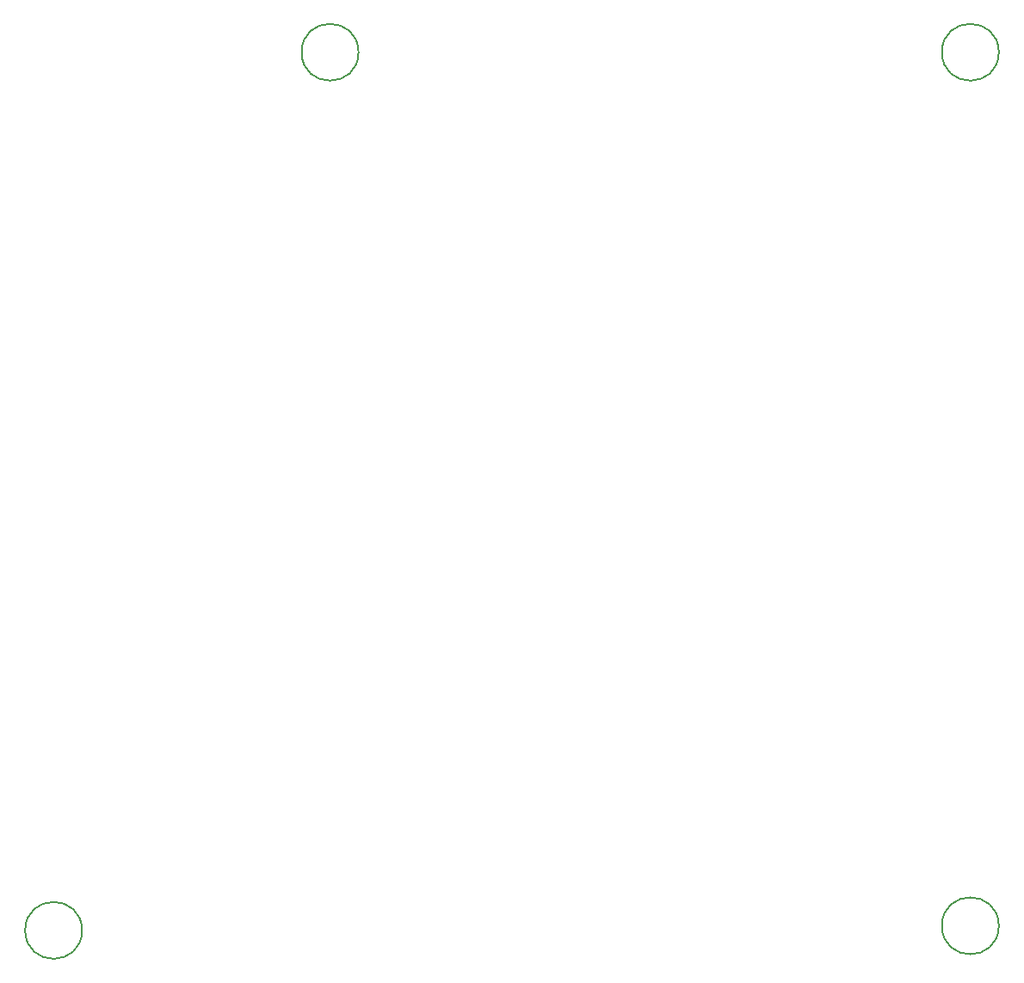
<source format=gbr>
G04 #@! TF.GenerationSoftware,KiCad,Pcbnew,8.0.3*
G04 #@! TF.CreationDate,2024-09-22T19:56:22+01:00*
G04 #@! TF.ProjectId,BetetrDom,42657465-7472-4446-9f6d-2e6b69636164,rev?*
G04 #@! TF.SameCoordinates,Original*
G04 #@! TF.FileFunction,Other,Comment*
%FSLAX46Y46*%
G04 Gerber Fmt 4.6, Leading zero omitted, Abs format (unit mm)*
G04 Created by KiCad (PCBNEW 8.0.3) date 2024-09-22 19:56:22*
%MOMM*%
%LPD*%
G01*
G04 APERTURE LIST*
%ADD10C,0.150000*%
G04 APERTURE END LIST*
D10*
G04 #@! TO.C,H4*
X145800000Y-53000000D02*
G75*
G02*
X140200000Y-53000000I-2800000J0D01*
G01*
X140200000Y-53000000D02*
G75*
G02*
X145800000Y-53000000I2800000J0D01*
G01*
G04 #@! TO.C,H1*
X145800000Y-139000000D02*
G75*
G02*
X140200000Y-139000000I-2800000J0D01*
G01*
X140200000Y-139000000D02*
G75*
G02*
X145800000Y-139000000I2800000J0D01*
G01*
G04 #@! TO.C,H3*
X82800000Y-53000000D02*
G75*
G02*
X77200000Y-53000000I-2800000J0D01*
G01*
X77200000Y-53000000D02*
G75*
G02*
X82800000Y-53000000I2800000J0D01*
G01*
G04 #@! TO.C,H2*
X55600000Y-139450000D02*
G75*
G02*
X50000000Y-139450000I-2800000J0D01*
G01*
X50000000Y-139450000D02*
G75*
G02*
X55600000Y-139450000I2800000J0D01*
G01*
G04 #@! TD*
M02*

</source>
